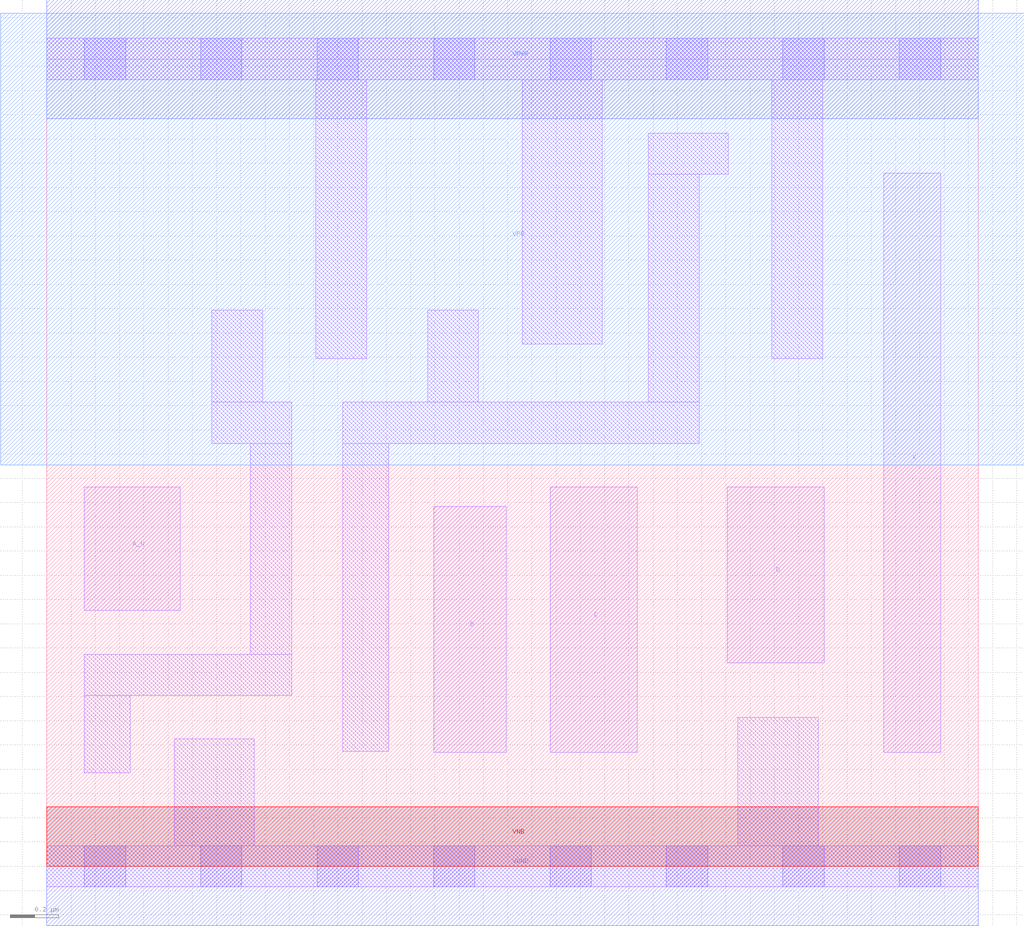
<source format=lef>
# Copyright 2020 The SkyWater PDK Authors
#
# Licensed under the Apache License, Version 2.0 (the "License");
# you may not use this file except in compliance with the License.
# You may obtain a copy of the License at
#
#     https://www.apache.org/licenses/LICENSE-2.0
#
# Unless required by applicable law or agreed to in writing, software
# distributed under the License is distributed on an "AS IS" BASIS,
# WITHOUT WARRANTIES OR CONDITIONS OF ANY KIND, either express or implied.
# See the License for the specific language governing permissions and
# limitations under the License.
#
# SPDX-License-Identifier: Apache-2.0

VERSION 5.7 ;
  NOWIREEXTENSIONATPIN ON ;
  DIVIDERCHAR "/" ;
  BUSBITCHARS "[]" ;
MACRO sky130_fd_sc_lp__and4b_m
  CLASS CORE ;
  FOREIGN sky130_fd_sc_lp__and4b_m ;
  ORIGIN  0.000000  0.000000 ;
  SIZE  3.840000 BY  3.330000 ;
  SYMMETRY X Y R90 ;
  SITE unit ;
  PIN A_N
    ANTENNAGATEAREA  0.126000 ;
    DIRECTION INPUT ;
    USE SIGNAL ;
    PORT
      LAYER li1 ;
        RECT 0.155000 1.055000 0.550000 1.565000 ;
    END
  END A_N
  PIN B
    ANTENNAGATEAREA  0.126000 ;
    DIRECTION INPUT ;
    USE SIGNAL ;
    PORT
      LAYER li1 ;
        RECT 1.595000 0.470000 1.895000 1.485000 ;
    END
  END B
  PIN C
    ANTENNAGATEAREA  0.126000 ;
    DIRECTION INPUT ;
    USE SIGNAL ;
    PORT
      LAYER li1 ;
        RECT 2.075000 0.470000 2.435000 1.565000 ;
    END
  END C
  PIN D
    ANTENNAGATEAREA  0.126000 ;
    DIRECTION INPUT ;
    USE SIGNAL ;
    PORT
      LAYER li1 ;
        RECT 2.805000 0.840000 3.205000 1.565000 ;
    END
  END D
  PIN X
    ANTENNADIFFAREA  0.222600 ;
    DIRECTION OUTPUT ;
    USE SIGNAL ;
    PORT
      LAYER li1 ;
        RECT 3.450000 0.470000 3.685000 2.860000 ;
    END
  END X
  PIN VGND
    DIRECTION INOUT ;
    USE GROUND ;
    PORT
      LAYER met1 ;
        RECT 0.000000 -0.245000 3.840000 0.245000 ;
    END
  END VGND
  PIN VNB
    DIRECTION INOUT ;
    USE GROUND ;
    PORT
      LAYER pwell ;
        RECT 0.000000 0.000000 3.840000 0.245000 ;
    END
  END VNB
  PIN VPB
    DIRECTION INOUT ;
    USE POWER ;
    PORT
      LAYER nwell ;
        RECT -0.190000 1.655000 4.030000 3.520000 ;
    END
  END VPB
  PIN VPWR
    DIRECTION INOUT ;
    USE POWER ;
    PORT
      LAYER met1 ;
        RECT 0.000000 3.085000 3.840000 3.575000 ;
    END
  END VPWR
  OBS
    LAYER li1 ;
      RECT 0.000000 -0.085000 3.840000 0.085000 ;
      RECT 0.000000  3.245000 3.840000 3.415000 ;
      RECT 0.155000  0.385000 0.345000 0.705000 ;
      RECT 0.155000  0.705000 1.010000 0.875000 ;
      RECT 0.525000  0.085000 0.855000 0.525000 ;
      RECT 0.680000  1.745000 1.010000 1.915000 ;
      RECT 0.680000  1.915000 0.890000 2.295000 ;
      RECT 0.840000  0.875000 1.010000 1.745000 ;
      RECT 1.110000  2.095000 1.320000 3.245000 ;
      RECT 1.220000  0.475000 1.410000 1.745000 ;
      RECT 1.220000  1.745000 2.690000 1.915000 ;
      RECT 1.570000  1.915000 1.780000 2.295000 ;
      RECT 1.960000  2.155000 2.290000 3.245000 ;
      RECT 2.480000  1.915000 2.690000 2.855000 ;
      RECT 2.480000  2.855000 2.810000 3.025000 ;
      RECT 2.850000  0.085000 3.180000 0.615000 ;
      RECT 2.990000  2.095000 3.200000 3.245000 ;
    LAYER mcon ;
      RECT 0.155000 -0.085000 0.325000 0.085000 ;
      RECT 0.155000  3.245000 0.325000 3.415000 ;
      RECT 0.635000 -0.085000 0.805000 0.085000 ;
      RECT 0.635000  3.245000 0.805000 3.415000 ;
      RECT 1.115000 -0.085000 1.285000 0.085000 ;
      RECT 1.115000  3.245000 1.285000 3.415000 ;
      RECT 1.595000 -0.085000 1.765000 0.085000 ;
      RECT 1.595000  3.245000 1.765000 3.415000 ;
      RECT 2.075000 -0.085000 2.245000 0.085000 ;
      RECT 2.075000  3.245000 2.245000 3.415000 ;
      RECT 2.555000 -0.085000 2.725000 0.085000 ;
      RECT 2.555000  3.245000 2.725000 3.415000 ;
      RECT 3.035000 -0.085000 3.205000 0.085000 ;
      RECT 3.035000  3.245000 3.205000 3.415000 ;
      RECT 3.515000 -0.085000 3.685000 0.085000 ;
      RECT 3.515000  3.245000 3.685000 3.415000 ;
  END
END sky130_fd_sc_lp__and4b_m
END LIBRARY

</source>
